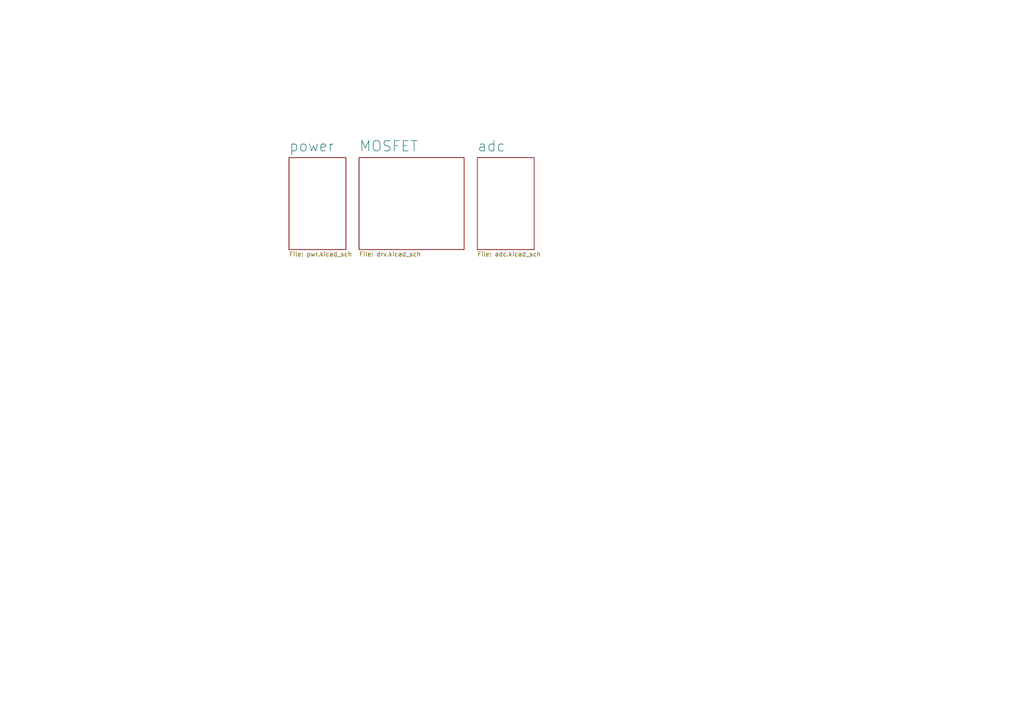
<source format=kicad_sch>
(kicad_sch (version 20211123) (generator eeschema)

  (uuid 800a2cd1-9ca9-4443-aee3-499591f51ca2)

  (paper "A4")

  (lib_symbols
  )


  (sheet (at 138.43 45.72) (size 16.51 26.67) (fields_autoplaced)
    (stroke (width 0.1524) (type solid) (color 0 0 0 0))
    (fill (color 0 0 0 0.0000))
    (uuid 313ffacd-ba74-4208-b4ef-680bcf02e10a)
    (property "Sheet name" "adc" (id 0) (at 138.43 44.1434 0)
      (effects (font (size 3 3)) (justify left bottom))
    )
    (property "Sheet file" "adc.kicad_sch" (id 1) (at 138.43 72.9746 0)
      (effects (font (size 1.27 1.27)) (justify left top))
    )
  )

  (sheet (at 83.82 45.72) (size 16.51 26.67) (fields_autoplaced)
    (stroke (width 0.1524) (type solid) (color 0 0 0 0))
    (fill (color 0 0 0 0.0000))
    (uuid 39c1c74b-5df4-42c9-99b5-94572e580fc7)
    (property "Sheet name" "power" (id 0) (at 83.82 44.1434 0)
      (effects (font (size 3 3)) (justify left bottom))
    )
    (property "Sheet file" "pwr.kicad_sch" (id 1) (at 83.82 72.9746 0)
      (effects (font (size 1.27 1.27)) (justify left top))
    )
  )

  (sheet (at 104.14 45.72) (size 30.48 26.67) (fields_autoplaced)
    (stroke (width 0.1524) (type solid) (color 0 0 0 0))
    (fill (color 0 0 0 0.0000))
    (uuid 9f93855c-09dc-4b0c-b527-0970ce7ffa44)
    (property "Sheet name" "MOSFET" (id 0) (at 104.14 44.1434 0)
      (effects (font (size 3 3)) (justify left bottom))
    )
    (property "Sheet file" "drv.kicad_sch" (id 1) (at 104.14 72.9746 0)
      (effects (font (size 1.27 1.27)) (justify left top))
    )
  )

  (sheet_instances
    (path "/" (page "1"))
    (path "/39c1c74b-5df4-42c9-99b5-94572e580fc7" (page "2"))
    (path "/9f93855c-09dc-4b0c-b527-0970ce7ffa44" (page "3"))
    (path "/313ffacd-ba74-4208-b4ef-680bcf02e10a" (page "5"))
  )

  (symbol_instances
    (path "/39c1c74b-5df4-42c9-99b5-94572e580fc7/90770f6a-c3a1-4a53-9670-6e35a2251eb6"
      (reference "#PWR0101") (unit 1) (value "GND") (footprint "")
    )
    (path "/39c1c74b-5df4-42c9-99b5-94572e580fc7/7396a371-0c27-4b74-a466-a2ab60d10295"
      (reference "#PWR0102") (unit 1) (value "GND") (footprint "")
    )
    (path "/39c1c74b-5df4-42c9-99b5-94572e580fc7/cb5d93a8-589b-45f1-b0b1-04aa92c73a27"
      (reference "#PWR0105") (unit 1) (value "GND") (footprint "")
    )
    (path "/39c1c74b-5df4-42c9-99b5-94572e580fc7/cf3a8121-c4c3-4141-aa66-84a84c6585fc"
      (reference "#PWR0106") (unit 1) (value "GND") (footprint "")
    )
    (path "/39c1c74b-5df4-42c9-99b5-94572e580fc7/6b30f4a7-73a0-4850-894b-1353f6e56197"
      (reference "#PWR0107") (unit 1) (value "GND") (footprint "")
    )
    (path "/9f93855c-09dc-4b0c-b527-0970ce7ffa44/20e30aec-7762-4c71-8e93-744a0e2e9bf2"
      (reference "#PWR0108") (unit 1) (value "GND") (footprint "")
    )
    (path "/9f93855c-09dc-4b0c-b527-0970ce7ffa44/5f80850f-48e6-46f7-be65-56414f3e2cfb"
      (reference "#PWR0109") (unit 1) (value "GND") (footprint "")
    )
    (path "/9f93855c-09dc-4b0c-b527-0970ce7ffa44/616b298a-1b90-43eb-aa85-ad2fd212ee7a"
      (reference "#PWR0110") (unit 1) (value "GND") (footprint "")
    )
    (path "/9f93855c-09dc-4b0c-b527-0970ce7ffa44/369060f3-968d-4e85-b6bd-0983678996fc"
      (reference "#PWR0111") (unit 1) (value "GND") (footprint "")
    )
    (path "/9f93855c-09dc-4b0c-b527-0970ce7ffa44/a6d2ae9d-5d6e-422e-b27f-07ff1904c0af"
      (reference "#PWR0112") (unit 1) (value "GND") (footprint "")
    )
    (path "/9f93855c-09dc-4b0c-b527-0970ce7ffa44/e0659e28-1b0e-4915-b103-da659eb65dde"
      (reference "#PWR0113") (unit 1) (value "GND") (footprint "")
    )
    (path "/9f93855c-09dc-4b0c-b527-0970ce7ffa44/8e93435e-5603-43b7-ab16-70cfd8420416"
      (reference "#PWR0114") (unit 1) (value "GND") (footprint "")
    )
    (path "/9f93855c-09dc-4b0c-b527-0970ce7ffa44/c12ad71b-590c-4691-a3a8-95bf4551e8a1"
      (reference "#PWR0115") (unit 1) (value "GND") (footprint "")
    )
    (path "/9f93855c-09dc-4b0c-b527-0970ce7ffa44/73098335-d914-4603-871e-57e4f9fb95ae"
      (reference "#PWR0116") (unit 1) (value "GND") (footprint "")
    )
    (path "/9f93855c-09dc-4b0c-b527-0970ce7ffa44/c774b333-08ff-43f9-aa83-d8f045812372"
      (reference "#PWR0117") (unit 1) (value "GND") (footprint "")
    )
    (path "/9f93855c-09dc-4b0c-b527-0970ce7ffa44/098ff8e4-84fb-4cb9-b5f3-4485e1f67253"
      (reference "#PWR0118") (unit 1) (value "GND") (footprint "")
    )
    (path "/9f93855c-09dc-4b0c-b527-0970ce7ffa44/4530d4b0-37e3-40d0-8a6b-6a6b2086df7b"
      (reference "#PWR0119") (unit 1) (value "GND") (footprint "")
    )
    (path "/9f93855c-09dc-4b0c-b527-0970ce7ffa44/5fe6d5e4-b03e-40a7-bc34-56488cee4020"
      (reference "#PWR0120") (unit 1) (value "GND") (footprint "")
    )
    (path "/9f93855c-09dc-4b0c-b527-0970ce7ffa44/947d01fb-9647-4c39-87c3-51e335d24239"
      (reference "#PWR0121") (unit 1) (value "GND") (footprint "")
    )
    (path "/9f93855c-09dc-4b0c-b527-0970ce7ffa44/e1444605-8bc7-48e7-ae5a-1a294ae5a4eb"
      (reference "#PWR0122") (unit 1) (value "GND") (footprint "")
    )
    (path "/9f93855c-09dc-4b0c-b527-0970ce7ffa44/9b85e4aa-ec31-4ac9-a89c-555a6bf99537"
      (reference "#PWR0123") (unit 1) (value "GND") (footprint "")
    )
    (path "/9f93855c-09dc-4b0c-b527-0970ce7ffa44/4e20ace4-d500-478d-9ec5-83446b0f51ba"
      (reference "#PWR0124") (unit 1) (value "GND") (footprint "")
    )
    (path "/9f93855c-09dc-4b0c-b527-0970ce7ffa44/7584995f-f124-49f3-9ec5-13930231ae35"
      (reference "#PWR0125") (unit 1) (value "GND") (footprint "")
    )
    (path "/9f93855c-09dc-4b0c-b527-0970ce7ffa44/60eec7da-2223-4ab5-aba5-3b5180299922"
      (reference "#PWR0126") (unit 1) (value "GND") (footprint "")
    )
    (path "/9f93855c-09dc-4b0c-b527-0970ce7ffa44/b7897d2e-66ba-44df-8568-9726afbd5f3d"
      (reference "#PWR0127") (unit 1) (value "GND") (footprint "")
    )
    (path "/9f93855c-09dc-4b0c-b527-0970ce7ffa44/ca451e8f-eb07-448b-b543-b35a91572390"
      (reference "#PWR0128") (unit 1) (value "GND") (footprint "")
    )
    (path "/9f93855c-09dc-4b0c-b527-0970ce7ffa44/48572d7c-05f9-4773-a211-1dfc2871c33b"
      (reference "#PWR0129") (unit 1) (value "GND") (footprint "")
    )
    (path "/9f93855c-09dc-4b0c-b527-0970ce7ffa44/86b82243-7aa3-48da-8298-12cc3c936170"
      (reference "#PWR0130") (unit 1) (value "GND") (footprint "")
    )
    (path "/9f93855c-09dc-4b0c-b527-0970ce7ffa44/cd7b2f5f-4ded-400c-b955-7b9105870aac"
      (reference "#PWR0131") (unit 1) (value "GND") (footprint "")
    )
    (path "/313ffacd-ba74-4208-b4ef-680bcf02e10a/f7f0ce7d-8ae4-4da9-a90a-fe0c7c2f9553"
      (reference "#PWR0132") (unit 1) (value "GND") (footprint "")
    )
    (path "/313ffacd-ba74-4208-b4ef-680bcf02e10a/5a24ff94-6195-4632-b8f2-a0d321577ce1"
      (reference "#PWR0133") (unit 1) (value "GND") (footprint "")
    )
    (path "/39c1c74b-5df4-42c9-99b5-94572e580fc7/7cdfa1b2-9009-4a9d-b0ab-06998d2ebb86"
      (reference "#PWR0134") (unit 1) (value "GND") (footprint "")
    )
    (path "/39c1c74b-5df4-42c9-99b5-94572e580fc7/4364a581-007c-4600-ac51-aba7e3ce1504"
      (reference "#PWR0135") (unit 1) (value "GND") (footprint "")
    )
    (path "/39c1c74b-5df4-42c9-99b5-94572e580fc7/b96b0e71-c697-4eb3-bcad-c6d89e85316c"
      (reference "#PWR0136") (unit 1) (value "GND") (footprint "")
    )
    (path "/313ffacd-ba74-4208-b4ef-680bcf02e10a/b78dec22-57d3-4d4f-9f3a-155dd4f43b92"
      (reference "#PWR0137") (unit 1) (value "GND") (footprint "")
    )
    (path "/313ffacd-ba74-4208-b4ef-680bcf02e10a/32c15256-c95a-423e-a7d8-3e10e26469c7"
      (reference "#PWR0138") (unit 1) (value "GND") (footprint "")
    )
    (path "/313ffacd-ba74-4208-b4ef-680bcf02e10a/3ae62144-bfde-4eca-af74-2b84a3c724d3"
      (reference "#PWR0139") (unit 1) (value "GND") (footprint "")
    )
    (path "/313ffacd-ba74-4208-b4ef-680bcf02e10a/9da97bb5-1af4-4ddb-814c-9582c15fa1fe"
      (reference "#PWR0140") (unit 1) (value "GND") (footprint "")
    )
    (path "/313ffacd-ba74-4208-b4ef-680bcf02e10a/87e958a7-e207-4b15-a072-815178bf5fa3"
      (reference "#PWR0146") (unit 1) (value "GND") (footprint "")
    )
    (path "/313ffacd-ba74-4208-b4ef-680bcf02e10a/bcb0e972-43d4-4e45-a41b-e8620a99cb76"
      (reference "#PWR0147") (unit 1) (value "GND") (footprint "")
    )
    (path "/313ffacd-ba74-4208-b4ef-680bcf02e10a/117f0fc8-a207-4007-b350-e6a97aed2252"
      (reference "#PWR0149") (unit 1) (value "GND") (footprint "")
    )
    (path "/39c1c74b-5df4-42c9-99b5-94572e580fc7/a5297dd4-6ff1-4e6c-b93a-bb289939d653"
      (reference "#PWR0150") (unit 1) (value "GND") (footprint "")
    )
    (path "/39c1c74b-5df4-42c9-99b5-94572e580fc7/cc007d9a-3044-4940-908f-55aa01826039"
      (reference "#PWR0151") (unit 1) (value "GND") (footprint "")
    )
    (path "/39c1c74b-5df4-42c9-99b5-94572e580fc7/fe9ee9ab-828b-4e91-aa31-1288f0099764"
      (reference "C1") (unit 1) (value "2.2uf") (footprint "Capacitor_SMD:C_0603_1608Metric")
    )
    (path "/39c1c74b-5df4-42c9-99b5-94572e580fc7/5ace436c-6390-4a14-b3fe-a7bf87754aab"
      (reference "C2") (unit 1) (value "22uf") (footprint "Capacitor_SMD:C_0603_1608Metric")
    )
    (path "/39c1c74b-5df4-42c9-99b5-94572e580fc7/3793df1e-ea61-4d15-819f-c7f7927bbde3"
      (reference "C3") (unit 1) (value "22uf") (footprint "Capacitor_SMD:C_0603_1608Metric")
    )
    (path "/39c1c74b-5df4-42c9-99b5-94572e580fc7/a8780a98-0110-4b66-8fb1-2d70a925ab66"
      (reference "C4") (unit 1) (value "2.2uf") (footprint "Capacitor_SMD:C_0603_1608Metric")
    )
    (path "/39c1c74b-5df4-42c9-99b5-94572e580fc7/cf1ac42c-c651-41cc-b97d-fbb1e7ac5c60"
      (reference "C5") (unit 1) (value "22uf") (footprint "Capacitor_SMD:C_0603_1608Metric")
    )
    (path "/39c1c74b-5df4-42c9-99b5-94572e580fc7/cdddd597-47c3-41e5-8410-919bec95d0dd"
      (reference "C6") (unit 1) (value "22uf") (footprint "Capacitor_SMD:C_0603_1608Metric")
    )
    (path "/9f93855c-09dc-4b0c-b527-0970ce7ffa44/d71a1e5a-b0ef-4ca5-ba3c-0ebc2e460b49"
      (reference "C8") (unit 1) (value "2.2uf") (footprint "Capacitor_SMD:C_0402_1005Metric")
    )
    (path "/9f93855c-09dc-4b0c-b527-0970ce7ffa44/88e24950-7bf3-445e-9ae4-ab10b9f21303"
      (reference "C9") (unit 1) (value "2.2uf") (footprint "Capacitor_SMD:C_0402_1005Metric")
    )
    (path "/9f93855c-09dc-4b0c-b527-0970ce7ffa44/371ffcca-38d9-4236-b8c0-ad7f00b96546"
      (reference "C10") (unit 1) (value "2.2uf") (footprint "Capacitor_SMD:C_0402_1005Metric")
    )
    (path "/9f93855c-09dc-4b0c-b527-0970ce7ffa44/df6fffc2-e55d-4e74-b151-c6a5e22d46dd"
      (reference "C11") (unit 1) (value "100nf") (footprint "Capacitor_SMD:C_0402_1005Metric")
    )
    (path "/9f93855c-09dc-4b0c-b527-0970ce7ffa44/db3fbe9d-5ad2-40d2-b73f-f8d52bf033d8"
      (reference "C12") (unit 1) (value "100nf") (footprint "Capacitor_SMD:C_0402_1005Metric")
    )
    (path "/9f93855c-09dc-4b0c-b527-0970ce7ffa44/61fd0dbc-a0de-4f55-8313-b8098b95da97"
      (reference "C13") (unit 1) (value "100nf") (footprint "Capacitor_SMD:C_0402_1005Metric")
    )
    (path "/9f93855c-09dc-4b0c-b527-0970ce7ffa44/3a87deed-ad2d-45ca-920f-302f48fcfefc"
      (reference "C14") (unit 1) (value "22uf") (footprint "Capacitor_SMD:C_0603_1608Metric")
    )
    (path "/9f93855c-09dc-4b0c-b527-0970ce7ffa44/d67d4350-c9a1-47d6-9c0b-82d0bf89d952"
      (reference "C15") (unit 1) (value "22uf") (footprint "Capacitor_SMD:C_0603_1608Metric")
    )
    (path "/9f93855c-09dc-4b0c-b527-0970ce7ffa44/32bb144a-728a-403e-94f0-110072663329"
      (reference "C16") (unit 1) (value "22uf") (footprint "Capacitor_SMD:C_0603_1608Metric")
    )
    (path "/9f93855c-09dc-4b0c-b527-0970ce7ffa44/35eaecc8-03e8-4db4-afd2-563705786b7b"
      (reference "C17") (unit 1) (value "100nf") (footprint "Capacitor_SMD:C_0402_1005Metric")
    )
    (path "/9f93855c-09dc-4b0c-b527-0970ce7ffa44/c16895e7-9ff1-4ddc-ad1f-aaf02c5ad01d"
      (reference "C18") (unit 1) (value "100nf") (footprint "Capacitor_SMD:C_0402_1005Metric")
    )
    (path "/9f93855c-09dc-4b0c-b527-0970ce7ffa44/d70adfed-8396-4ac4-a45d-5e403e550a33"
      (reference "C19") (unit 1) (value "100nf") (footprint "Capacitor_SMD:C_0402_1005Metric")
    )
    (path "/9f93855c-09dc-4b0c-b527-0970ce7ffa44/24e967ed-febe-4fa1-8b45-41f3404100f3"
      (reference "C20") (unit 1) (value "22uf") (footprint "Capacitor_SMD:C_0603_1608Metric")
    )
    (path "/9f93855c-09dc-4b0c-b527-0970ce7ffa44/9da01e87-41a6-4b28-a81a-2fe1fb296a95"
      (reference "C21") (unit 1) (value "22uf") (footprint "Capacitor_SMD:C_0603_1608Metric")
    )
    (path "/9f93855c-09dc-4b0c-b527-0970ce7ffa44/35d88567-f503-41e7-92ee-8e729c68b6a4"
      (reference "C22") (unit 1) (value "22uf") (footprint "Capacitor_SMD:C_0603_1608Metric")
    )
    (path "/9f93855c-09dc-4b0c-b527-0970ce7ffa44/002c502d-d264-405f-8326-ee6ec59f81b0"
      (reference "C23") (unit 1) (value "22uf") (footprint "Capacitor_SMD:C_0603_1608Metric")
    )
    (path "/9f93855c-09dc-4b0c-b527-0970ce7ffa44/e7baab5a-76e1-4536-bddc-3a61ae1084dc"
      (reference "C24") (unit 1) (value "22uf") (footprint "Capacitor_SMD:C_0603_1608Metric")
    )
    (path "/9f93855c-09dc-4b0c-b527-0970ce7ffa44/0fc30c05-b8b8-427d-81b8-f60253950eb5"
      (reference "C25") (unit 1) (value "22uf") (footprint "Capacitor_SMD:C_0603_1608Metric")
    )
    (path "/9f93855c-09dc-4b0c-b527-0970ce7ffa44/aa1ad7ab-4b88-4ec3-aa5b-db83ddcf1386"
      (reference "C26") (unit 1) (value "47nf") (footprint "Capacitor_SMD:C_0402_1005Metric")
    )
    (path "/9f93855c-09dc-4b0c-b527-0970ce7ffa44/8789e972-0d10-4e97-a669-ba1a751f3e7b"
      (reference "C27") (unit 1) (value "47nf") (footprint "Capacitor_SMD:C_0402_1005Metric")
    )
    (path "/9f93855c-09dc-4b0c-b527-0970ce7ffa44/d646820b-126a-4879-80bb-8ade113ee1a8"
      (reference "C28") (unit 1) (value "47nf") (footprint "Capacitor_SMD:C_0402_1005Metric")
    )
    (path "/313ffacd-ba74-4208-b4ef-680bcf02e10a/cb2c8f41-2bdb-48f7-aae6-51ac12e03e76"
      (reference "C29") (unit 1) (value "100nf") (footprint "Capacitor_SMD:C_0402_1005Metric")
    )
    (path "/313ffacd-ba74-4208-b4ef-680bcf02e10a/a2488f65-4d0b-4b09-8ff1-c73b495f9692"
      (reference "C30") (unit 1) (value "100nf") (footprint "Capacitor_SMD:C_0402_1005Metric")
    )
    (path "/313ffacd-ba74-4208-b4ef-680bcf02e10a/f24a199f-dc3a-40f0-bf82-2b012f866ebf"
      (reference "C31") (unit 1) (value "2.2uf") (footprint "Capacitor_SMD:C_0402_1005Metric")
    )
    (path "/39c1c74b-5df4-42c9-99b5-94572e580fc7/045a6ef1-2947-4938-a0a0-9c1b0ee9859d"
      (reference "C32") (unit 1) (value "2.2uf") (footprint "Capacitor_SMD:C_0603_1608Metric")
    )
    (path "/39c1c74b-5df4-42c9-99b5-94572e580fc7/4b4bd92a-0ee3-4882-b119-bd3ab5b56b86"
      (reference "C33") (unit 1) (value "2.2uf") (footprint "Capacitor_SMD:C_0603_1608Metric")
    )
    (path "/313ffacd-ba74-4208-b4ef-680bcf02e10a/24065c2b-ffb6-4f7b-a297-d029ba99cced"
      (reference "C34") (unit 1) (value "100nf") (footprint "Capacitor_SMD:C_0402_1005Metric")
    )
    (path "/313ffacd-ba74-4208-b4ef-680bcf02e10a/4504c2ca-3946-477f-9d80-f59d06d83786"
      (reference "C35") (unit 1) (value "100nf") (footprint "Capacitor_SMD:C_0402_1005Metric")
    )
    (path "/313ffacd-ba74-4208-b4ef-680bcf02e10a/75fde4bd-1bb7-4102-bc8e-1089e4439865"
      (reference "C36") (unit 1) (value "100nf") (footprint "Capacitor_SMD:C_0402_1005Metric")
    )
    (path "/313ffacd-ba74-4208-b4ef-680bcf02e10a/82fc2389-da32-4d37-9077-86ac4c258557"
      (reference "C37") (unit 1) (value "100nf") (footprint "Capacitor_SMD:C_0402_1005Metric")
    )
    (path "/9f93855c-09dc-4b0c-b527-0970ce7ffa44/ca31959a-16a0-414a-8f07-8a3bf474f55e"
      (reference "IC2") (unit 1) (value "NCP81155MNTXG") (footprint "KiCad:SON50P300X300X100-9N-D")
    )
    (path "/9f93855c-09dc-4b0c-b527-0970ce7ffa44/18e90bb2-07a1-4842-9637-0f0b3b41b7dd"
      (reference "IC3") (unit 1) (value "NCP81155MNTXG") (footprint "KiCad:SON50P300X300X100-9N-D")
    )
    (path "/9f93855c-09dc-4b0c-b527-0970ce7ffa44/1e2b234b-3b3a-42c1-9b07-31e3dd431ce1"
      (reference "IC4") (unit 1) (value "NCP81155MNTXG") (footprint "KiCad:SON50P300X300X100-9N-D")
    )
    (path "/313ffacd-ba74-4208-b4ef-680bcf02e10a/8dbf15ed-d2a4-4fde-bd5c-4840cb485d14"
      (reference "IC5") (unit 1) (value "ADS7852Y_2K") (footprint "KiCad:QFP50P700X700X120-32N")
    )
    (path "/313ffacd-ba74-4208-b4ef-680bcf02e10a/a446581d-8d57-4295-96a7-2ca05f0019a5"
      (reference "IC6") (unit 1) (value "TXB0108PWRG4") (footprint "KiCad:SOP65P640X120-20N")
    )
    (path "/313ffacd-ba74-4208-b4ef-680bcf02e10a/6a1eafa1-d3a8-4e7b-8763-d7e507a27530"
      (reference "IC7") (unit 1) (value "TXB0108PWRG4") (footprint "KiCad:SOP65P640X120-20N")
    )
    (path "/39c1c74b-5df4-42c9-99b5-94572e580fc7/9608bef9-3a21-4ff4-a272-69a1ba5b1e00"
      (reference "J1") (unit 1) (value "Conn_02x06_Counter_Clockwise") (footprint "Connector_PinHeader_1.00mm:PinHeader_2x06_P1.00mm_Vertical_SMD")
    )
    (path "/313ffacd-ba74-4208-b4ef-680bcf02e10a/9570f502-03c8-4c89-a904-b2e7e9752275"
      (reference "J2") (unit 1) (value "Conn_02x10_Counter_Clockwise") (footprint "Connector_PinHeader_1.00mm:PinHeader_2x10_P1.00mm_Vertical_SMD")
    )
    (path "/39c1c74b-5df4-42c9-99b5-94572e580fc7/a705510b-2002-44e9-82c6-b39edf93b0e8"
      (reference "M-A1") (unit 1) (value "TestPoint") (footprint "TestPoint:TestPoint_Pad_D2.5mm")
    )
    (path "/39c1c74b-5df4-42c9-99b5-94572e580fc7/f061e575-df69-4c74-9bfa-c639a90fa8d9"
      (reference "M-B1") (unit 1) (value "TestPoint") (footprint "TestPoint:TestPoint_Pad_D2.5mm")
    )
    (path "/39c1c74b-5df4-42c9-99b5-94572e580fc7/3be94939-f8fc-4e46-af81-d197b0c2379b"
      (reference "M-C1") (unit 1) (value "TestPoint") (footprint "TestPoint:TestPoint_Pad_D2.5mm")
    )
    (path "/9f93855c-09dc-4b0c-b527-0970ce7ffa44/182331e8-3f8e-4209-828e-bba5a0812a17"
      (reference "R3") (unit 1) (value "20") (footprint "Resistor_SMD:R_0402_1005Metric")
    )
    (path "/9f93855c-09dc-4b0c-b527-0970ce7ffa44/197c3a2e-0463-410e-9c19-05e0da0fd71a"
      (reference "R4") (unit 1) (value "20") (footprint "Resistor_SMD:R_0402_1005Metric")
    )
    (path "/9f93855c-09dc-4b0c-b527-0970ce7ffa44/800daa16-692f-4b55-926d-251f22246a97"
      (reference "R5") (unit 1) (value "20") (footprint "Resistor_SMD:R_0402_1005Metric")
    )
    (path "/9f93855c-09dc-4b0c-b527-0970ce7ffa44/d04aca8d-7157-4f40-97b2-571db71da089"
      (reference "R6") (unit 1) (value "20") (footprint "Resistor_SMD:R_0402_1005Metric")
    )
    (path "/9f93855c-09dc-4b0c-b527-0970ce7ffa44/7f6bedaa-01e6-4186-aa0f-0c8522488511"
      (reference "R7") (unit 1) (value "20") (footprint "Resistor_SMD:R_0402_1005Metric")
    )
    (path "/9f93855c-09dc-4b0c-b527-0970ce7ffa44/729ddbb4-f18c-4913-b394-8916c0d83c44"
      (reference "R8") (unit 1) (value "20") (footprint "Resistor_SMD:R_0402_1005Metric")
    )
    (path "/9f93855c-09dc-4b0c-b527-0970ce7ffa44/4b443df0-96a6-426b-affc-a1505053be82"
      (reference "R9") (unit 1) (value "1m") (footprint "Resistor_SMD:R_2512_6332Metric")
    )
    (path "/9f93855c-09dc-4b0c-b527-0970ce7ffa44/56e89efb-4b49-41c0-a3a5-55da3910c41f"
      (reference "R10") (unit 1) (value "1m") (footprint "Resistor_SMD:R_2512_6332Metric")
    )
    (path "/9f93855c-09dc-4b0c-b527-0970ce7ffa44/7e3d5c80-001b-462f-a201-ab82b781f245"
      (reference "R11") (unit 1) (value "1m") (footprint "Resistor_SMD:R_2512_6332Metric")
    )
    (path "/9f93855c-09dc-4b0c-b527-0970ce7ffa44/65c189c6-2889-4f8d-b43c-7b1542a5702d"
      (reference "R12") (unit 1) (value "1k") (footprint "Resistor_SMD:R_0402_1005Metric")
    )
    (path "/9f93855c-09dc-4b0c-b527-0970ce7ffa44/b9aee7a8-796e-47d8-815d-6c0e9ddd353a"
      (reference "R13") (unit 1) (value "1k") (footprint "Resistor_SMD:R_0402_1005Metric")
    )
    (path "/9f93855c-09dc-4b0c-b527-0970ce7ffa44/05fd74c8-da27-40a5-875d-2d754d55b4f0"
      (reference "R14") (unit 1) (value "1k") (footprint "Resistor_SMD:R_0402_1005Metric")
    )
    (path "/39c1c74b-5df4-42c9-99b5-94572e580fc7/96f6a60f-3a6f-40d4-bc0f-f8814fd094f0"
      (reference "TP1") (unit 1) (value "batt") (footprint "TestPoint:TestPoint_Pad_D1.5mm")
    )
    (path "/39c1c74b-5df4-42c9-99b5-94572e580fc7/b1395f99-2b13-44cc-9572-4f6af0c97da9"
      (reference "TP2") (unit 1) (value "gnd") (footprint "TestPoint:TestPoint_Pad_D1.5mm")
    )
    (path "/39c1c74b-5df4-42c9-99b5-94572e580fc7/d6b9515e-4fcc-4d91-b984-e6cba5a618cc"
      (reference "U1") (unit 1) (value "AMS1117-5.0") (footprint "Package_TO_SOT_SMD:SOT-223-3_TabPin2")
    )
    (path "/9f93855c-09dc-4b0c-b527-0970ce7ffa44/c66b2bfc-fbbc-447c-983d-4b0c4025c583"
      (reference "U2") (unit 1) (value "ru30j30m") (footprint "foc_fpga:pdfn5060")
    )
    (path "/9f93855c-09dc-4b0c-b527-0970ce7ffa44/b70e9278-af02-4fca-aee0-08a4eda42894"
      (reference "U3") (unit 1) (value "ru30j30m") (footprint "foc_fpga:pdfn5060")
    )
    (path "/9f93855c-09dc-4b0c-b527-0970ce7ffa44/2d8d6168-3544-4ea5-b2b1-ecff0e82ff95"
      (reference "U4") (unit 1) (value "ru30j30m") (footprint "foc_fpga:pdfn5060")
    )
    (path "/9f93855c-09dc-4b0c-b527-0970ce7ffa44/fe5009cf-bd1a-41c2-bc47-e0d46b94f38b"
      (reference "U5") (unit 1) (value "INA180A2") (footprint "Package_TO_SOT_SMD:SOT-23-5")
    )
    (path "/9f93855c-09dc-4b0c-b527-0970ce7ffa44/01cfcb3a-1f04-4b03-8026-90df349b4837"
      (reference "U6") (unit 1) (value "INA180A2") (footprint "Package_TO_SOT_SMD:SOT-23-5")
    )
    (path "/9f93855c-09dc-4b0c-b527-0970ce7ffa44/6347d388-40f3-4ca7-b9f0-6c64ef5fabfe"
      (reference "U7") (unit 1) (value "INA180A2") (footprint "Package_TO_SOT_SMD:SOT-23-5")
    )
    (path "/39c1c74b-5df4-42c9-99b5-94572e580fc7/d3835a0f-95f9-42a2-accc-41d52ffb43b8"
      (reference "U8") (unit 1) (value "AMS1117-3.3") (footprint "Package_TO_SOT_SMD:SOT-223-3_TabPin2")
    )
  )
)

</source>
